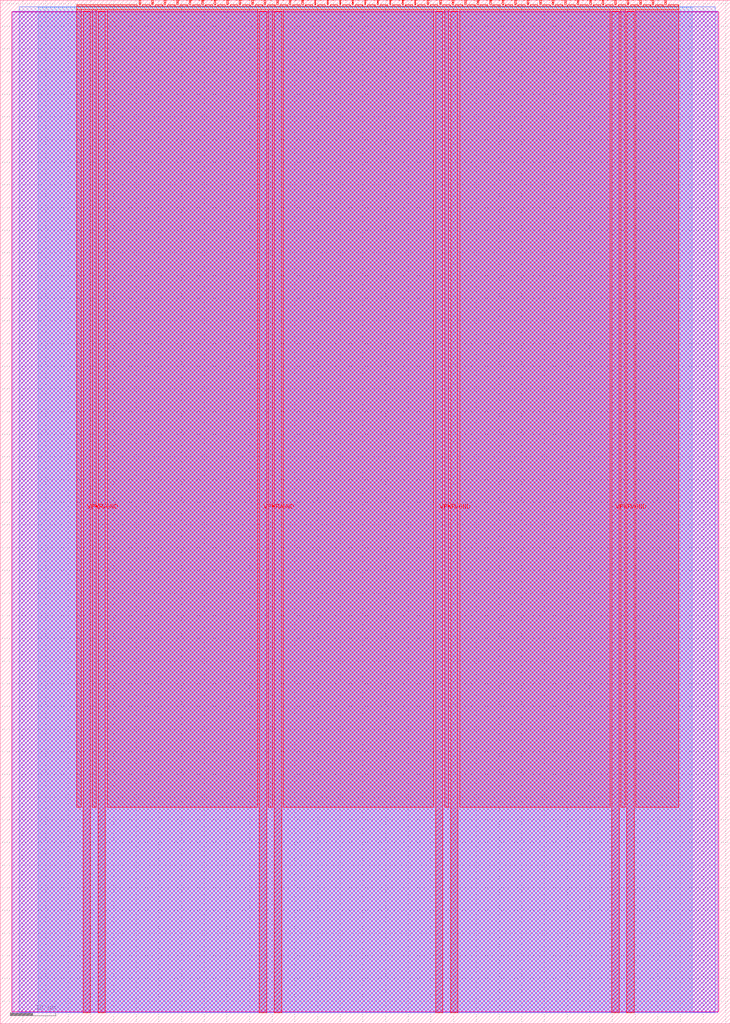
<source format=lef>
VERSION 5.7 ;
  NOWIREEXTENSIONATPIN ON ;
  DIVIDERCHAR "/" ;
  BUSBITCHARS "[]" ;
MACRO tt_um_rc_servo_motor_xy_ea
  CLASS BLOCK ;
  FOREIGN tt_um_rc_servo_motor_xy_ea ;
  ORIGIN 0.000 0.000 ;
  SIZE 161.000 BY 225.760 ;
  PIN VGND
    DIRECTION INOUT ;
    USE GROUND ;
    PORT
      LAYER met4 ;
        RECT 21.580 2.480 23.180 223.280 ;
    END
    PORT
      LAYER met4 ;
        RECT 60.450 2.480 62.050 223.280 ;
    END
    PORT
      LAYER met4 ;
        RECT 99.320 2.480 100.920 223.280 ;
    END
    PORT
      LAYER met4 ;
        RECT 138.190 2.480 139.790 223.280 ;
    END
  END VGND
  PIN VPWR
    DIRECTION INOUT ;
    USE POWER ;
    PORT
      LAYER met4 ;
        RECT 18.280 2.480 19.880 223.280 ;
    END
    PORT
      LAYER met4 ;
        RECT 57.150 2.480 58.750 223.280 ;
    END
    PORT
      LAYER met4 ;
        RECT 96.020 2.480 97.620 223.280 ;
    END
    PORT
      LAYER met4 ;
        RECT 134.890 2.480 136.490 223.280 ;
    END
  END VPWR
  PIN clk
    DIRECTION INPUT ;
    USE SIGNAL ;
    ANTENNAGATEAREA 0.213000 ;
    PORT
      LAYER met4 ;
        RECT 143.830 224.760 144.130 225.760 ;
    END
  END clk
  PIN ena
    DIRECTION INPUT ;
    USE SIGNAL ;
    ANTENNAGATEAREA 0.159000 ;
    PORT
      LAYER met4 ;
        RECT 146.590 224.760 146.890 225.760 ;
    END
  END ena
  PIN rst_n
    DIRECTION INPUT ;
    USE SIGNAL ;
    ANTENNAGATEAREA 0.213000 ;
    PORT
      LAYER met4 ;
        RECT 141.070 224.760 141.370 225.760 ;
    END
  END rst_n
  PIN ui_in[0]
    DIRECTION INPUT ;
    USE SIGNAL ;
    ANTENNAGATEAREA 0.196500 ;
    PORT
      LAYER met4 ;
        RECT 138.310 224.760 138.610 225.760 ;
    END
  END ui_in[0]
  PIN ui_in[1]
    DIRECTION INPUT ;
    USE SIGNAL ;
    ANTENNAGATEAREA 0.126000 ;
    PORT
      LAYER met4 ;
        RECT 135.550 224.760 135.850 225.760 ;
    END
  END ui_in[1]
  PIN ui_in[2]
    DIRECTION INPUT ;
    USE SIGNAL ;
    PORT
      LAYER met4 ;
        RECT 132.790 224.760 133.090 225.760 ;
    END
  END ui_in[2]
  PIN ui_in[3]
    DIRECTION INPUT ;
    USE SIGNAL ;
    PORT
      LAYER met4 ;
        RECT 130.030 224.760 130.330 225.760 ;
    END
  END ui_in[3]
  PIN ui_in[4]
    DIRECTION INPUT ;
    USE SIGNAL ;
    PORT
      LAYER met4 ;
        RECT 127.270 224.760 127.570 225.760 ;
    END
  END ui_in[4]
  PIN ui_in[5]
    DIRECTION INPUT ;
    USE SIGNAL ;
    PORT
      LAYER met4 ;
        RECT 124.510 224.760 124.810 225.760 ;
    END
  END ui_in[5]
  PIN ui_in[6]
    DIRECTION INPUT ;
    USE SIGNAL ;
    PORT
      LAYER met4 ;
        RECT 121.750 224.760 122.050 225.760 ;
    END
  END ui_in[6]
  PIN ui_in[7]
    DIRECTION INPUT ;
    USE SIGNAL ;
    PORT
      LAYER met4 ;
        RECT 118.990 224.760 119.290 225.760 ;
    END
  END ui_in[7]
  PIN uio_in[0]
    DIRECTION INPUT ;
    USE SIGNAL ;
    PORT
      LAYER met4 ;
        RECT 116.230 224.760 116.530 225.760 ;
    END
  END uio_in[0]
  PIN uio_in[1]
    DIRECTION INPUT ;
    USE SIGNAL ;
    PORT
      LAYER met4 ;
        RECT 113.470 224.760 113.770 225.760 ;
    END
  END uio_in[1]
  PIN uio_in[2]
    DIRECTION INPUT ;
    USE SIGNAL ;
    PORT
      LAYER met4 ;
        RECT 110.710 224.760 111.010 225.760 ;
    END
  END uio_in[2]
  PIN uio_in[3]
    DIRECTION INPUT ;
    USE SIGNAL ;
    PORT
      LAYER met4 ;
        RECT 107.950 224.760 108.250 225.760 ;
    END
  END uio_in[3]
  PIN uio_in[4]
    DIRECTION INPUT ;
    USE SIGNAL ;
    PORT
      LAYER met4 ;
        RECT 105.190 224.760 105.490 225.760 ;
    END
  END uio_in[4]
  PIN uio_in[5]
    DIRECTION INPUT ;
    USE SIGNAL ;
    PORT
      LAYER met4 ;
        RECT 102.430 224.760 102.730 225.760 ;
    END
  END uio_in[5]
  PIN uio_in[6]
    DIRECTION INPUT ;
    USE SIGNAL ;
    PORT
      LAYER met4 ;
        RECT 99.670 224.760 99.970 225.760 ;
    END
  END uio_in[6]
  PIN uio_in[7]
    DIRECTION INPUT ;
    USE SIGNAL ;
    PORT
      LAYER met4 ;
        RECT 96.910 224.760 97.210 225.760 ;
    END
  END uio_in[7]
  PIN uio_oe[0]
    DIRECTION OUTPUT ;
    USE SIGNAL ;
    PORT
      LAYER met4 ;
        RECT 49.990 224.760 50.290 225.760 ;
    END
  END uio_oe[0]
  PIN uio_oe[1]
    DIRECTION OUTPUT ;
    USE SIGNAL ;
    PORT
      LAYER met4 ;
        RECT 47.230 224.760 47.530 225.760 ;
    END
  END uio_oe[1]
  PIN uio_oe[2]
    DIRECTION OUTPUT ;
    USE SIGNAL ;
    PORT
      LAYER met4 ;
        RECT 44.470 224.760 44.770 225.760 ;
    END
  END uio_oe[2]
  PIN uio_oe[3]
    DIRECTION OUTPUT ;
    USE SIGNAL ;
    PORT
      LAYER met4 ;
        RECT 41.710 224.760 42.010 225.760 ;
    END
  END uio_oe[3]
  PIN uio_oe[4]
    DIRECTION OUTPUT ;
    USE SIGNAL ;
    PORT
      LAYER met4 ;
        RECT 38.950 224.760 39.250 225.760 ;
    END
  END uio_oe[4]
  PIN uio_oe[5]
    DIRECTION OUTPUT ;
    USE SIGNAL ;
    PORT
      LAYER met4 ;
        RECT 36.190 224.760 36.490 225.760 ;
    END
  END uio_oe[5]
  PIN uio_oe[6]
    DIRECTION OUTPUT ;
    USE SIGNAL ;
    PORT
      LAYER met4 ;
        RECT 33.430 224.760 33.730 225.760 ;
    END
  END uio_oe[6]
  PIN uio_oe[7]
    DIRECTION OUTPUT ;
    USE SIGNAL ;
    PORT
      LAYER met4 ;
        RECT 30.670 224.760 30.970 225.760 ;
    END
  END uio_oe[7]
  PIN uio_out[0]
    DIRECTION OUTPUT ;
    USE SIGNAL ;
    PORT
      LAYER met4 ;
        RECT 72.070 224.760 72.370 225.760 ;
    END
  END uio_out[0]
  PIN uio_out[1]
    DIRECTION OUTPUT ;
    USE SIGNAL ;
    PORT
      LAYER met4 ;
        RECT 69.310 224.760 69.610 225.760 ;
    END
  END uio_out[1]
  PIN uio_out[2]
    DIRECTION OUTPUT ;
    USE SIGNAL ;
    PORT
      LAYER met4 ;
        RECT 66.550 224.760 66.850 225.760 ;
    END
  END uio_out[2]
  PIN uio_out[3]
    DIRECTION OUTPUT ;
    USE SIGNAL ;
    PORT
      LAYER met4 ;
        RECT 63.790 224.760 64.090 225.760 ;
    END
  END uio_out[3]
  PIN uio_out[4]
    DIRECTION OUTPUT ;
    USE SIGNAL ;
    PORT
      LAYER met4 ;
        RECT 61.030 224.760 61.330 225.760 ;
    END
  END uio_out[4]
  PIN uio_out[5]
    DIRECTION OUTPUT ;
    USE SIGNAL ;
    PORT
      LAYER met4 ;
        RECT 58.270 224.760 58.570 225.760 ;
    END
  END uio_out[5]
  PIN uio_out[6]
    DIRECTION OUTPUT ;
    USE SIGNAL ;
    PORT
      LAYER met4 ;
        RECT 55.510 224.760 55.810 225.760 ;
    END
  END uio_out[6]
  PIN uio_out[7]
    DIRECTION OUTPUT ;
    USE SIGNAL ;
    PORT
      LAYER met4 ;
        RECT 52.750 224.760 53.050 225.760 ;
    END
  END uio_out[7]
  PIN uo_out[0]
    DIRECTION OUTPUT ;
    USE SIGNAL ;
    ANTENNADIFFAREA 0.911000 ;
    PORT
      LAYER met4 ;
        RECT 94.150 224.760 94.450 225.760 ;
    END
  END uo_out[0]
  PIN uo_out[1]
    DIRECTION OUTPUT ;
    USE SIGNAL ;
    ANTENNADIFFAREA 0.891000 ;
    PORT
      LAYER met4 ;
        RECT 91.390 224.760 91.690 225.760 ;
    END
  END uo_out[1]
  PIN uo_out[2]
    DIRECTION OUTPUT ;
    USE SIGNAL ;
    ANTENNADIFFAREA 0.453750 ;
    PORT
      LAYER met4 ;
        RECT 88.630 224.760 88.930 225.760 ;
    END
  END uo_out[2]
  PIN uo_out[3]
    DIRECTION OUTPUT ;
    USE SIGNAL ;
    ANTENNADIFFAREA 0.962500 ;
    PORT
      LAYER met4 ;
        RECT 85.870 224.760 86.170 225.760 ;
    END
  END uo_out[3]
  PIN uo_out[4]
    DIRECTION OUTPUT ;
    USE SIGNAL ;
    PORT
      LAYER met4 ;
        RECT 83.110 224.760 83.410 225.760 ;
    END
  END uo_out[4]
  PIN uo_out[5]
    DIRECTION OUTPUT ;
    USE SIGNAL ;
    PORT
      LAYER met4 ;
        RECT 80.350 224.760 80.650 225.760 ;
    END
  END uo_out[5]
  PIN uo_out[6]
    DIRECTION OUTPUT ;
    USE SIGNAL ;
    PORT
      LAYER met4 ;
        RECT 77.590 224.760 77.890 225.760 ;
    END
  END uo_out[6]
  PIN uo_out[7]
    DIRECTION OUTPUT ;
    USE SIGNAL ;
    PORT
      LAYER met4 ;
        RECT 74.830 224.760 75.130 225.760 ;
    END
  END uo_out[7]
  OBS
      LAYER nwell ;
        RECT 2.570 2.635 158.430 223.230 ;
      LAYER li1 ;
        RECT 2.760 2.635 158.240 223.125 ;
      LAYER met1 ;
        RECT 2.760 2.480 158.240 223.280 ;
      LAYER met2 ;
        RECT 4.240 2.535 157.680 224.245 ;
      LAYER met3 ;
        RECT 8.345 2.555 152.655 224.225 ;
      LAYER met4 ;
        RECT 16.855 224.360 30.270 224.760 ;
        RECT 31.370 224.360 33.030 224.760 ;
        RECT 34.130 224.360 35.790 224.760 ;
        RECT 36.890 224.360 38.550 224.760 ;
        RECT 39.650 224.360 41.310 224.760 ;
        RECT 42.410 224.360 44.070 224.760 ;
        RECT 45.170 224.360 46.830 224.760 ;
        RECT 47.930 224.360 49.590 224.760 ;
        RECT 50.690 224.360 52.350 224.760 ;
        RECT 53.450 224.360 55.110 224.760 ;
        RECT 56.210 224.360 57.870 224.760 ;
        RECT 58.970 224.360 60.630 224.760 ;
        RECT 61.730 224.360 63.390 224.760 ;
        RECT 64.490 224.360 66.150 224.760 ;
        RECT 67.250 224.360 68.910 224.760 ;
        RECT 70.010 224.360 71.670 224.760 ;
        RECT 72.770 224.360 74.430 224.760 ;
        RECT 75.530 224.360 77.190 224.760 ;
        RECT 78.290 224.360 79.950 224.760 ;
        RECT 81.050 224.360 82.710 224.760 ;
        RECT 83.810 224.360 85.470 224.760 ;
        RECT 86.570 224.360 88.230 224.760 ;
        RECT 89.330 224.360 90.990 224.760 ;
        RECT 92.090 224.360 93.750 224.760 ;
        RECT 94.850 224.360 96.510 224.760 ;
        RECT 97.610 224.360 99.270 224.760 ;
        RECT 100.370 224.360 102.030 224.760 ;
        RECT 103.130 224.360 104.790 224.760 ;
        RECT 105.890 224.360 107.550 224.760 ;
        RECT 108.650 224.360 110.310 224.760 ;
        RECT 111.410 224.360 113.070 224.760 ;
        RECT 114.170 224.360 115.830 224.760 ;
        RECT 116.930 224.360 118.590 224.760 ;
        RECT 119.690 224.360 121.350 224.760 ;
        RECT 122.450 224.360 124.110 224.760 ;
        RECT 125.210 224.360 126.870 224.760 ;
        RECT 127.970 224.360 129.630 224.760 ;
        RECT 130.730 224.360 132.390 224.760 ;
        RECT 133.490 224.360 135.150 224.760 ;
        RECT 136.250 224.360 137.910 224.760 ;
        RECT 139.010 224.360 140.670 224.760 ;
        RECT 141.770 224.360 143.430 224.760 ;
        RECT 144.530 224.360 146.190 224.760 ;
        RECT 147.290 224.360 149.665 224.760 ;
        RECT 16.855 223.680 149.665 224.360 ;
        RECT 16.855 47.775 17.880 223.680 ;
        RECT 20.280 47.775 21.180 223.680 ;
        RECT 23.580 47.775 56.750 223.680 ;
        RECT 59.150 47.775 60.050 223.680 ;
        RECT 62.450 47.775 95.620 223.680 ;
        RECT 98.020 47.775 98.920 223.680 ;
        RECT 101.320 47.775 134.490 223.680 ;
        RECT 136.890 47.775 137.790 223.680 ;
        RECT 140.190 47.775 149.665 223.680 ;
  END
END tt_um_rc_servo_motor_xy_ea
END LIBRARY


</source>
